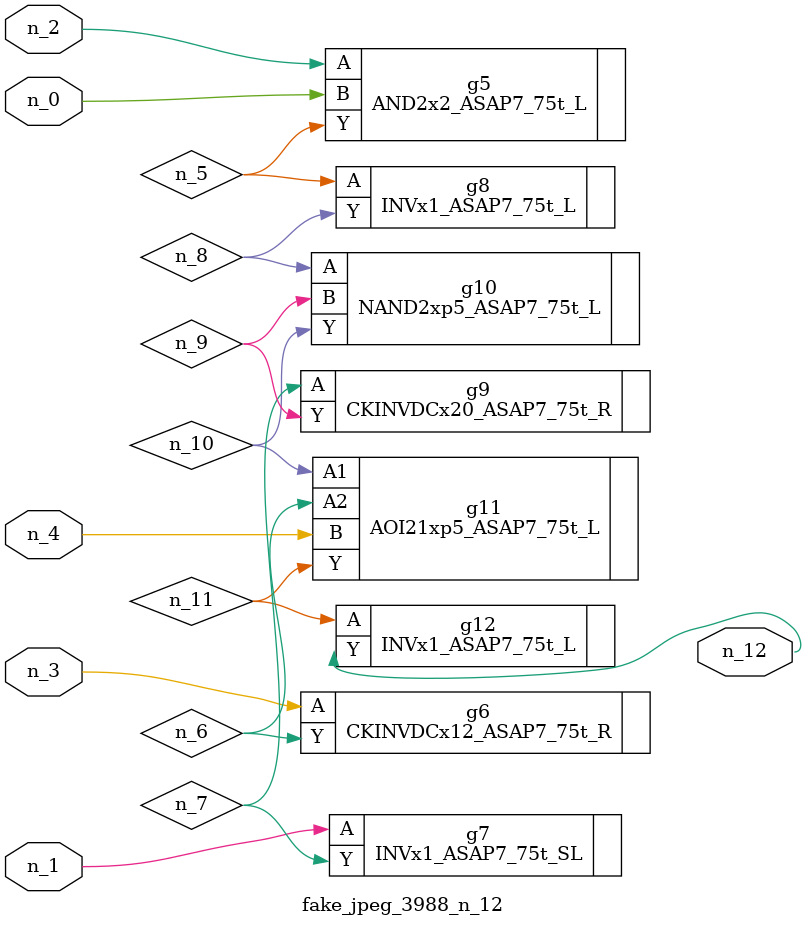
<source format=v>
module fake_jpeg_3988_n_12 (n_3, n_2, n_1, n_0, n_4, n_12);

input n_3;
input n_2;
input n_1;
input n_0;
input n_4;

output n_12;

wire n_11;
wire n_10;
wire n_8;
wire n_9;
wire n_6;
wire n_5;
wire n_7;

AND2x2_ASAP7_75t_L g5 ( 
.A(n_2),
.B(n_0),
.Y(n_5)
);

CKINVDCx12_ASAP7_75t_R g6 ( 
.A(n_3),
.Y(n_6)
);

INVx1_ASAP7_75t_SL g7 ( 
.A(n_1),
.Y(n_7)
);

INVx1_ASAP7_75t_L g8 ( 
.A(n_5),
.Y(n_8)
);

NAND2xp5_ASAP7_75t_L g10 ( 
.A(n_8),
.B(n_9),
.Y(n_10)
);

CKINVDCx20_ASAP7_75t_R g9 ( 
.A(n_7),
.Y(n_9)
);

AOI21xp5_ASAP7_75t_L g11 ( 
.A1(n_10),
.A2(n_6),
.B(n_4),
.Y(n_11)
);

INVx1_ASAP7_75t_L g12 ( 
.A(n_11),
.Y(n_12)
);


endmodule
</source>
